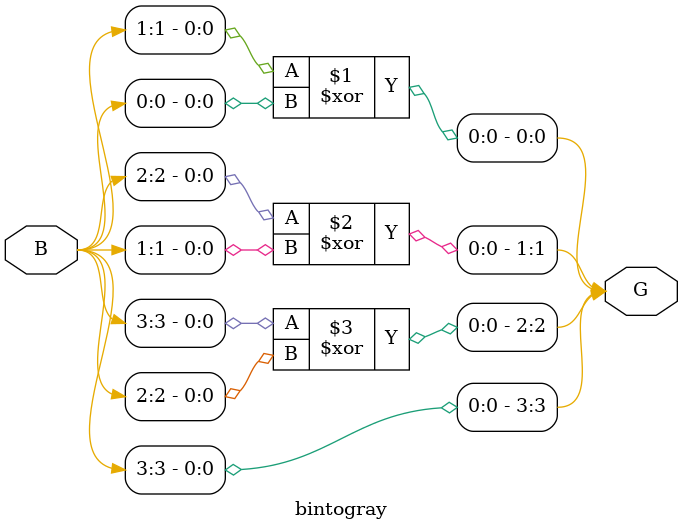
<source format=v>
module bintogray(
    input  [3:0] B,
    output [3:0] G
);
  assign G[3] = B[3]; 
genvar i;
generate
    for (i = 1; i < 4; i = i+1) begin : gray_loop
        assign G[i-1] = B[i] ^ B[i-1];
    end
endgenerate
endmodule

</source>
